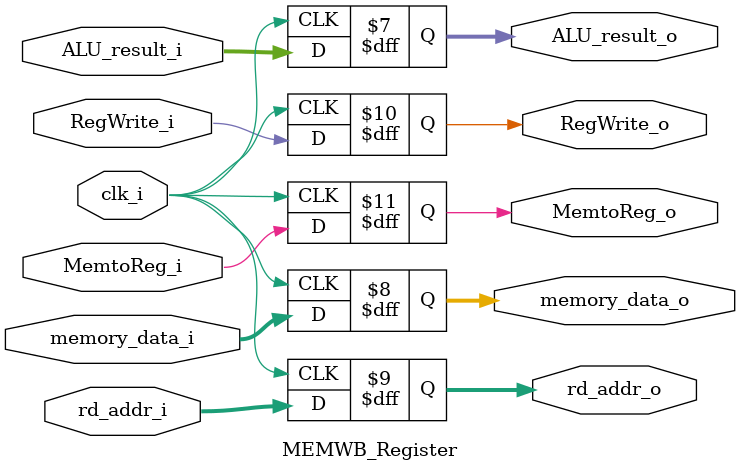
<source format=v>
module IFID_Register(clk_i, Stall_i, Flush_i, PC_i, instruction_i, PC_o, instruction_o);

input clk_i;
input Stall_i, Flush_i;
input [31:0] PC_i;
input [31:0] instruction_i;

output reg [31:0] PC_o;
output reg [31:0] instruction_o;

initial PC_o = 32'b0;
initial instruction_o = 32'b0;

always @(posedge clk_i) begin
    if (Flush_i == 1'b1) begin
        PC_o <= 32'b0;
        instruction_o <= 32'b0;
    end
    else begin
        if (Stall_i == 1'b1) begin
            PC_o <= PC_o;
            instruction_o <= instruction_o;
        end
        else begin
            PC_o <= PC_i;
            instruction_o <= instruction_i;
        end
    end
end

endmodule

module IDEX_Register(clk_i, rs1_data_i, rs2_data_i, rs1_addr_i, rs2_addr_i, rd_addr_i, immediate_i, funct3_i, funct7_i, RegWrite_i, MemtoReg_i, MemRead_i, MemWrite_i, ALUOp_i, ALUSrc_i, rs1_data_o, rs2_data_o, rs1_addr_o, rs2_addr_o, rd_addr_o, immediate_o, funct3_o, funct7_o, RegWrite_o, MemtoReg_o, MemRead_o, MemWrite_o, ALUOp_o, ALUSrc_o);

input clk_i;
input [31:0] rs1_data_i, rs2_data_i;
input [4:0] rs1_addr_i, rs2_addr_i, rd_addr_i;
input [31:0] immediate_i;
input [2:0] funct3_i;
input [6:0] funct7_i;
input RegWrite_i, MemtoReg_i, MemRead_i, MemWrite_i, ALUSrc_i;
input [1:0] ALUOp_i;

output reg [31:0] rs1_data_o, rs2_data_o;
output reg [4:0] rs1_addr_o, rs2_addr_o, rd_addr_o;
output reg [31:0] immediate_o;
output reg [2:0] funct3_o;
output reg [6:0] funct7_o;
output reg RegWrite_o, MemtoReg_o, MemRead_o, MemWrite_o, ALUSrc_o;
output reg [1:0] ALUOp_o;

initial rs1_data_o = 32'b0;
initial rs2_data_o = 32'b0;
initial rs1_addr_o = 5'b0;
initial rs2_addr_o = 5'b0;
initial rd_addr_o = 5'b0;
initial immediate_o = 32'b0;
initial funct3_o = 3'b0;
initial funct7_o = 7'b0;
initial RegWrite_o = 1'b0;
initial MemtoReg_o = 1'b0;
initial MemRead_o = 1'b0;
initial MemWrite_o = 1'b0;
initial ALUOp_o = 2'b0;
initial ALUSrc_o = 1'b0;

always @(posedge clk_i) begin
    rs1_data_o <= rs1_data_i;
    rs2_data_o <= rs2_data_i;
    rs1_addr_o <= rs1_addr_i;
    rs2_addr_o <= rs2_addr_i;
    rd_addr_o <= rd_addr_i;
    immediate_o <= immediate_i;
    funct3_o <= funct3_i;
    funct7_o <= funct7_i;
    RegWrite_o <= RegWrite_i;
    MemtoReg_o <= MemtoReg_i;
    MemRead_o <= MemRead_i;
    MemWrite_o <= MemWrite_i;
    ALUOp_o <= ALUOp_i;
    ALUSrc_o <= ALUSrc_i;
end

endmodule

module EXMEM_Register(clk_i, rs2_data_i, rd_addr_i, ALU_data_i, RegWrite_i, MemtoReg_i, MemRead_i, MemWrite_i, rs2_data_o, rd_addr_o, ALU_data_o, RegWrite_o, MemtoReg_o, MemRead_o, MemWrite_o);

input clk_i;
input [31:0] rs2_data_i;
input [4:0] rd_addr_i;
input [31:0] ALU_data_i;
input RegWrite_i, MemtoReg_i, MemRead_i, MemWrite_i;

output reg [31:0] rs2_data_o;
output reg [4:0] rd_addr_o;
output reg [31:0] ALU_data_o;
output reg RegWrite_o, MemtoReg_o, MemRead_o, MemWrite_o;

initial rs2_data_o = 32'b0;
initial rd_addr_o = 5'b0;
initial ALU_data_o = 32'b0;
initial RegWrite_o = 1'b0;
initial MemtoReg_o = 1'b0;
initial MemRead_o = 1'b0;
initial MemWrite_o = 1'b0;

always @(posedge clk_i) begin
    rs2_data_o <= rs2_data_i;
    rd_addr_o <= rd_addr_i;
    ALU_data_o <= ALU_data_i;
    RegWrite_o <= RegWrite_i;
    MemtoReg_o <= MemtoReg_i;
    MemRead_o <= MemRead_i;
    MemWrite_o <= MemWrite_i;
end

endmodule

module MEMWB_Register(clk_i, ALU_result_i, memory_data_i, rd_addr_i, RegWrite_i, MemtoReg_i, ALU_result_o, memory_data_o, rd_addr_o, RegWrite_o, MemtoReg_o);

input clk_i;
input [31:0] ALU_result_i, memory_data_i;
input [4:0] rd_addr_i;
input RegWrite_i, MemtoReg_i;

output reg [31:0] ALU_result_o, memory_data_o;
output reg [4:0] rd_addr_o;
output reg RegWrite_o, MemtoReg_o;

initial ALU_result_o = 32'b0;
initial memory_data_o = 32'b0;
initial rd_addr_o = 5'b0;
initial RegWrite_o = 1'b0;
initial MemtoReg_o = 1'b0;

always @(posedge clk_i) begin
    ALU_result_o <= ALU_result_i;
    memory_data_o <= memory_data_i;
    rd_addr_o <= rd_addr_i;
    RegWrite_o <= RegWrite_i;
    MemtoReg_o <= MemtoReg_i;
end

endmodule
</source>
